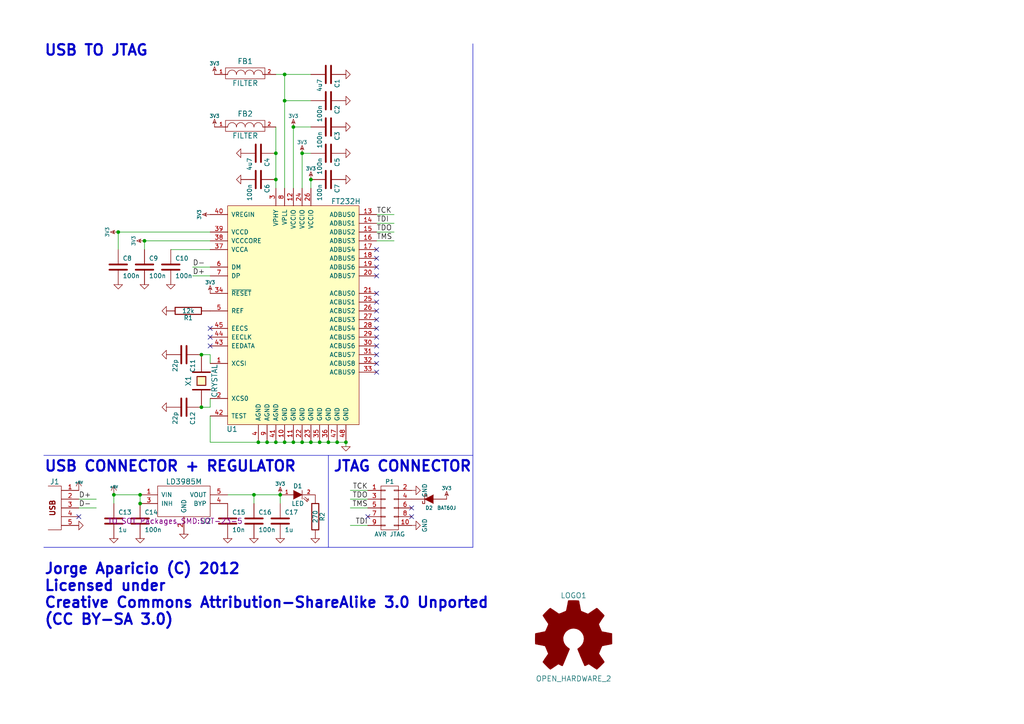
<source format=kicad_sch>
(kicad_sch (version 20230121) (generator eeschema)
  (paper "A4")
  (title_block (title "uJTAG") (date "21 aug 2012") (rev "1.0") (company "Jorge Aparicio"))
  (lib_symbols
    (symbol "uJTAG-rescue:+5V" (power) (pin_names (offset 0))
      (property "Value" "+5V" (at 0 3.556 0))
      (symbol "+5V_0_1"
        (polyline (pts (xy -0.762 1.27) (xy 0 2.54)))
        (polyline (pts (xy 0 0) (xy 0 2.54)))
        (polyline (pts (xy 0 2.54) (xy 0.762 1.27)))
      )
      (symbol "+5V_1_1"
        (pin power_in line (at 0 0 90) (length 0) hide (name "+5V") (number "1"))
      )
    )
    (symbol "uJTAG-rescue:3V3" (power) (pin_names (offset 0))
      (property "Value" "3V3" (at 0 3.175 0))
      (symbol "3V3_0_0"
        (pin power_in line (at 0 0 90) (length 0) hide (name "3V3") (number "1"))
      )
      (symbol "3V3_0_1"
        (polyline (pts (xy 0 1.524) (xy 0 0)))
        (polyline (pts (xy 0 1.524) (xy 0.508 1.016) (xy 0 2.286) (xy -0.508 1.016) (xy 0 1.524) (xy 0 1.524)))
      )
    )
    (symbol "uJTAG-rescue:C-RESCUE-uJTAG" (pin_numbers hide) (pin_names (offset 0.254))
      (property "Reference" "C" (at 1.27 2.54 0))
      (property "Value" "C-RESCUE-uJTAG" (at 1.27 -2.54 0))
      (symbol "C-RESCUE-uJTAG_0_1"
        (polyline (pts (xy -2.54 -0.762) (xy 2.54 -0.762)) (stroke (width 0.508)))
        (polyline (pts (xy -2.54 0.762) (xy 2.54 0.762)) (stroke (width 0.508)))
      )
      (symbol "C-RESCUE-uJTAG_1_1"
        (pin passive line (at 0 5.08 270) (length 4.318) (name "~") (number "1"))
        (pin passive line (at 0 -5.08 90) (length 4.318) (name "~") (number "2"))
      )
    )
    (symbol "uJTAG-rescue:CONN_02X05" (pin_names (offset 0.0254) hide)
      (property "Reference" "P" (at 0 7.62 0))
      (property "Value" "CONN_02X05" (at 0 -7.62 0))
      (symbol "CONN_02X05_0_1"
        (rectangle (start -2.54 -4.953) (end -1.27 -5.207))
        (rectangle (start -2.54 -2.413) (end -1.27 -2.667))
        (rectangle (start -2.54 0.127) (end -1.27 -0.127))
        (rectangle (start -2.54 2.667) (end -1.27 2.413))
        (rectangle (start -2.54 5.207) (end -1.27 4.953))
        (rectangle (start -2.54 6.35) (end 2.54 -6.35))
        (rectangle (start 1.27 -4.953) (end 2.54 -5.207))
        (rectangle (start 1.27 -2.413) (end 2.54 -2.667))
        (rectangle (start 1.27 0.127) (end 2.54 -0.127))
        (rectangle (start 1.27 2.667) (end 2.54 2.413))
        (rectangle (start 1.27 5.207) (end 2.54 4.953))
      )
      (symbol "CONN_02X05_1_1"
        (pin passive line (at -6.35 5.08 0) (length 3.81) (name "P1") (number "1"))
        (pin passive line (at 6.35 -5.08 180) (length 3.81) (name "P10") (number "10"))
        (pin passive line (at 6.35 5.08 180) (length 3.81) (name "P2") (number "2"))
        (pin passive line (at -6.35 2.54 0) (length 3.81) (name "P3") (number "3"))
        (pin passive line (at 6.35 2.54 180) (length 3.81) (name "P4") (number "4"))
        (pin passive line (at -6.35 0 0) (length 3.81) (name "P5") (number "5"))
        (pin passive line (at 6.35 0 180) (length 3.81) (name "P6") (number "6"))
        (pin passive line (at -6.35 -2.54 0) (length 3.81) (name "P7") (number "7"))
        (pin passive line (at 6.35 -2.54 180) (length 3.81) (name "P8") (number "8"))
        (pin passive line (at -6.35 -5.08 0) (length 3.81) (name "P9") (number "9"))
      )
    )
    (symbol "uJTAG-rescue:CRYSTAL" (pin_numbers hide) (pin_names (offset 1.016) hide)
      (property "Reference" "X" (at 0 3.81 0))
      (property "Value" "CRYSTAL" (at 0 -3.81 0))
      (symbol "CRYSTAL_0_1"
        (polyline (pts (xy -2.54 2.54) (xy -2.54 -2.54)) (stroke (width 0.4064)))
        (polyline (pts (xy 2.54 2.54) (xy 2.54 -2.54)) (stroke (width 0.4064)))
        (polyline (pts (xy -1.27 1.27) (xy 1.27 1.27) (xy 1.27 -1.27) (xy -1.27 -1.27) (xy -1.27 1.27)) (stroke (width 0.3048)) (fill (type background)))
      )
      (symbol "CRYSTAL_1_1"
        (pin passive line (at -7.62 0 0) (length 5.08) (name "1") (number "1"))
        (pin passive line (at 7.62 0 180) (length 5.08) (name "2") (number "2"))
      )
    )
    (symbol "uJTAG-rescue:DIODESCH" (pin_numbers hide) (pin_names (offset 1.016) hide)
      (property "Reference" "D" (at 0 2.54 0))
      (property "Value" "DIODESCH" (at 0 -2.54 0))
      (symbol "DIODESCH_0_1"
        (polyline (pts (xy -1.27 1.27) (xy 1.27 0) (xy -1.27 -1.27)) (fill (type outline)))
        (polyline (pts (xy 1.905 0.635) (xy 1.905 1.27) (xy 1.27 1.27) (xy 1.27 -1.27) (xy 0.635 -1.27) (xy 0.635 -0.635)) (stroke (width 0.2032)))
      )
      (symbol "DIODESCH_1_1"
        (pin passive line (at -5.08 0 0) (length 3.81) (name "A") (number "1"))
        (pin passive line (at 5.08 0 180) (length 3.81) (name "K") (number "2"))
      )
    )
    (symbol "uJTAG-rescue:FILTER" (pin_names (offset 1.016) hide)
      (property "Reference" "FB" (at 0 3.81 0))
      (property "Value" "FILTER" (at 0 -2.54 0))
      (symbol "FILTER_0_1"
        (rectangle (start -5.715 1.905) (end 5.715 -1.27))
        (arc (start -2.54 0) (mid -3.81 1.2645) (end -5.08 0))
        (arc (start 0 0) (mid -1.27 1.2645) (end -2.54 0))
        (arc (start 0 0) (mid 0 0) (end 0 0))
        (arc (start 2.54 0) (mid 1.27 1.2645) (end 0 0))
        (arc (start 5.08 0) (mid 3.81 1.2645) (end 2.54 0))
      )
      (symbol "FILTER_1_1"
        (pin passive line (at -8.89 0 0) (length 3.81) (name "1") (number "1"))
        (pin passive line (at 8.89 0 180) (length 3.81) (name "2") (number "2"))
      )
    )
    (symbol "uJTAG-rescue:FT232H-RESCUE-uJTAG" (pin_names (offset 1.016))
      (property "Reference" "U" (at -17.78 -33.02 0))
      (property "Value" "FT232H-RESCUE-uJTAG" (at 15.24 33.02 0))
      (symbol "FT232H-RESCUE-uJTAG_0_1"
        (rectangle (start -19.05 31.75) (end 19.05 -31.75) (fill (type background)))
      )
      (symbol "FT232H-RESCUE-uJTAG_1_1"
        (pin input line (at -24.13 -13.97 0) (length 5.08) (name "XCSI") (number "1"))
        (pin input line (at -2.54 -36.83 90) (length 5.08) (name "GND") (number "10"))
        (pin input line (at 0 -36.83 90) (length 5.08) (name "GND") (number "11"))
        (pin input line (at 0 36.83 270) (length 5.08) (name "VCCIO") (number "12"))
        (pin input line (at 24.13 29.21 180) (length 5.08) (name "ADBUS0") (number "13"))
        (pin input line (at 24.13 26.67 180) (length 5.08) (name "ADBUS1") (number "14"))
        (pin input line (at 24.13 24.13 180) (length 5.08) (name "ADBUS2") (number "15"))
        (pin input line (at 24.13 21.59 180) (length 5.08) (name "ADBUS3") (number "16"))
        (pin input line (at 24.13 19.05 180) (length 5.08) (name "ADBUS4") (number "17"))
        (pin input line (at 24.13 16.51 180) (length 5.08) (name "ADBUS5") (number "18"))
        (pin input line (at 24.13 13.97 180) (length 5.08) (name "ADBUS6") (number "19"))
        (pin input line (at -24.13 -24.13 0) (length 5.08) (name "XCS0") (number "2"))
        (pin input line (at 24.13 11.43 180) (length 5.08) (name "ADBUS7") (number "20"))
        (pin input line (at 24.13 6.35 180) (length 5.08) (name "ACBUS0") (number "21"))
        (pin input line (at 2.54 -36.83 90) (length 5.08) (name "GND") (number "22"))
        (pin input line (at 5.08 -36.83 90) (length 5.08) (name "GND") (number "23"))
        (pin input line (at 2.54 36.83 270) (length 5.08) (name "VCCIO") (number "24"))
        (pin input line (at 24.13 3.81 180) (length 5.08) (name "ACBUS1") (number "25"))
        (pin input line (at 24.13 1.27 180) (length 5.08) (name "ACBUS2") (number "26"))
        (pin input line (at 5.08 36.83 270) (length 5.08) (name "VCCIO") (number "26"))
        (pin input line (at 24.13 -1.27 180) (length 5.08) (name "ACBUS3") (number "27"))
        (pin input line (at 24.13 -3.81 180) (length 5.08) (name "ACBUS4") (number "28"))
        (pin input line (at 24.13 -6.35 180) (length 5.08) (name "ACBUS5") (number "29"))
        (pin input line (at -5.08 36.83 270) (length 5.08) (name "VPHY") (number "3"))
        (pin input line (at 24.13 -8.89 180) (length 5.08) (name "ACBUS6") (number "30"))
        (pin input line (at 24.13 -11.43 180) (length 5.08) (name "ACBUS7") (number "31"))
        (pin input line (at 24.13 -13.97 180) (length 5.08) (name "ACBUS8") (number "32"))
        (pin input line (at 24.13 -16.51 180) (length 5.08) (name "ACBUS9") (number "33"))
        (pin input line (at -24.13 6.35 0) (length 5.08) (name "~{RESET}") (number "34"))
        (pin input line (at 7.62 -36.83 90) (length 5.08) (name "GND") (number "35"))
        (pin input line (at 10.16 -36.83 90) (length 5.08) (name "GND") (number "36"))
        (pin input line (at -24.13 19.05 0) (length 5.08) (name "VCCA") (number "37"))
        (pin input line (at -24.13 21.59 0) (length 5.08) (name "VCCCORE") (number "38"))
        (pin input line (at -24.13 24.13 0) (length 5.08) (name "VCCD") (number "39"))
        (pin input line (at -10.16 -36.83 90) (length 5.08) (name "AGND") (number "4"))
        (pin input line (at -24.13 29.21 0) (length 5.08) (name "VREGIN") (number "40"))
        (pin input line (at -5.08 -36.83 90) (length 5.08) (name "AGND") (number "41"))
        (pin input line (at -24.13 -29.21 0) (length 5.08) (name "TEST") (number "42"))
        (pin input line (at -24.13 -8.89 0) (length 5.08) (name "EEDATA") (number "43"))
        (pin input line (at -24.13 -6.35 0) (length 5.08) (name "EECLK") (number "44"))
        (pin input line (at -24.13 -3.81 0) (length 5.08) (name "EECS") (number "45"))
        (pin input line (at 12.7 -36.83 90) (length 5.08) (name "GND") (number "47"))
        (pin input line (at 15.24 -36.83 90) (length 5.08) (name "GND") (number "48"))
        (pin input line (at -24.13 1.27 0) (length 5.08) (name "REF") (number "5"))
        (pin input line (at -24.13 13.97 0) (length 5.08) (name "DM") (number "6"))
        (pin input line (at -24.13 11.43 0) (length 5.08) (name "DP") (number "7"))
        (pin input line (at -2.54 36.83 270) (length 5.08) (name "VPLL") (number "8"))
        (pin input line (at -7.62 -36.83 90) (length 5.08) (name "AGND") (number "9"))
      )
    )
    (symbol "uJTAG-rescue:GND" (power) (pin_names (offset 0))
      (property "Value" "GND" (at 0 -3.81 0))
      (symbol "GND_0_1"
        (polyline (pts (xy 0 0) (xy 0 -1.27) (xy 1.27 -1.27) (xy 0 -2.54) (xy -1.27 -1.27) (xy 0 -1.27)))
      )
      (symbol "GND_1_1"
        (pin power_in line (at 0 0 270) (length 0) hide (name "GND") (number "1"))
      )
    )
    (symbol "uJTAG-rescue:GND-RESCUE-uJTAG" (power) (pin_names (offset 0))
      (symbol "GND-RESCUE-uJTAG_0_1"
        (polyline (pts (xy -1.27 0) (xy 0 -1.27) (xy 1.27 0) (xy -1.27 0)))
      )
      (symbol "GND-RESCUE-uJTAG_1_1"
        (pin power_in line (at 0 0 90) (length 0) hide (name "GND") (number "1"))
      )
    )
    (symbol "uJTAG-rescue:LD3985M" (pin_names (offset 1.016))
      (property "Reference" "U" (at 6.35 -6.35 0))
      (property "Value" "LD3985M" (at 0 5.08 0))
      (property "Footprint" "SOT-23-5" (at -2.54 -6.35 0))
      (symbol "LD3985M_0_1"
        (rectangle (start -7.62 3.81) (end 7.62 -5.08))
      )
      (symbol "LD3985M_1_1"
        (pin input line (at -12.7 1.27 0) (length 5.08) (name "VIN") (number "1"))
        (pin input line (at 0 -10.16 90) (length 5.08) (name "GND") (number "2"))
        (pin input line (at -12.7 -1.27 0) (length 5.08) (name "INH") (number "3"))
        (pin input line (at 12.7 -1.27 180) (length 5.08) (name "BYP") (number "4"))
        (pin input line (at 12.7 1.27 180) (length 5.08) (name "VOUT") (number "5"))
      )
    )
    (symbol "uJTAG-rescue:LED-RESCUE-uJTAG" (pin_names (offset 1.016) hide)
      (property "Reference" "D" (at 0 2.54 0))
      (property "Value" "LED-RESCUE-uJTAG" (at 0 -2.54 0))
      (symbol "LED-RESCUE-uJTAG_0_1"
        (polyline (pts (xy 1.27 1.27) (xy 1.27 -1.27)))
        (polyline (pts (xy -1.27 1.27) (xy 1.27 0) (xy -1.27 -1.27)) (fill (type outline)))
        (polyline (pts (xy 1.651 -1.016) (xy 2.794 -2.032) (xy 2.667 -1.397)))
        (polyline (pts (xy 2.032 -0.635) (xy 3.175 -1.651) (xy 3.048 -1.016)))
      )
      (symbol "LED-RESCUE-uJTAG_1_1"
        (pin passive line (at -5.08 0 0) (length 3.81) (name "A") (number "1"))
        (pin passive line (at 5.08 0 180) (length 3.81) (name "K") (number "2"))
      )
    )
    (symbol "uJTAG-rescue:OPEN_HARDWARE_2" (pin_names (offset 1.016))
      (property "Reference" "LOGO" (at 0 12.7 0))
      (property "Value" "OPEN_HARDWARE_2" (at 0 -11.43 0))
      (symbol "OPEN_HARDWARE_2_1_1"
        (polyline (pts (xy 6.731 -8.7122) (xy 6.6294 -8.6614) (xy 6.35 -8.4836) (xy 5.9944 -8.255) (xy 5.5372 -7.9502) (xy 5.1054 -7.6454) (xy 4.7498 -7.4168) (xy 4.4958 -7.239) (xy 4.3942 -7.1882) (xy 4.318 -7.2136) (xy 4.1148 -7.3152) (xy 3.81 -7.4676) (xy 3.6322 -7.5692) (xy 3.3528 -7.6708) (xy 3.2258 -7.6962) (xy 3.2004 -7.6708) (xy 3.0988 -7.4676) (xy 2.9464 -7.0866) (xy 2.7178 -6.604) (xy 2.4892 -6.0452) (xy 2.2352 -5.4356) (xy 1.9558 -4.826) (xy 1.7272 -4.2164) (xy 1.4986 -3.683) (xy 1.3208 -3.2512) (xy 1.2192 -2.9464) (xy 1.1684 -2.8194) (xy 1.1938 -2.794) (xy 1.3208 -2.667) (xy 1.5748 -2.4892) (xy 2.0828 -2.0574) (xy 2.6162 -1.397) (xy 2.921 -0.6604) (xy 3.048 0.1524) (xy 2.9464 0.9144) (xy 2.6416 1.6256) (xy 2.1336 2.286) (xy 1.524 2.7686) (xy 0.8128 3.0734) (xy 0 3.175) (xy -0.762 3.0988) (xy -1.4986 2.794) (xy -2.159 2.286) (xy -2.4384 1.9812) (xy -2.8194 1.3208) (xy -3.048 0.6096) (xy -3.0734 0.4318) (xy -3.0226 -0.3556) (xy -2.794 -1.0922) (xy -2.3876 -1.7526) (xy -1.8288 -2.3114) (xy -1.7526 -2.3622) (xy -1.4732 -2.5654) (xy -1.2954 -2.6924) (xy -1.1684 -2.8194) (xy -2.159 -5.207) (xy -2.3114 -5.588) (xy -2.5908 -6.2484) (xy -2.8194 -6.8072) (xy -3.0226 -7.2644) (xy -3.1496 -7.5692) (xy -3.2258 -7.6708) (xy -3.2258 -7.6962) (xy -3.302 -7.6962) (xy -3.4798 -7.6454) (xy -3.8354 -7.4676) (xy -4.0386 -7.366) (xy -4.2926 -7.239) (xy -4.4196 -7.1882) (xy -4.5212 -7.239) (xy -4.7498 -7.3914) (xy -5.1054 -7.6454) (xy -5.5372 -7.9248) (xy -5.9436 -8.2042) (xy -6.3246 -8.4582) (xy -6.604 -8.636) (xy -6.731 -8.7122) (xy -6.7564 -8.7122) (xy -6.858 -8.636) (xy -7.0866 -8.4582) (xy -7.4168 -8.1534) (xy -7.874 -7.6962) (xy -7.9502 -7.62) (xy -8.3312 -7.239) (xy -8.636 -6.9088) (xy -8.8392 -6.6802) (xy -8.9154 -6.5786) (xy -8.9154 -6.5786) (xy -8.8392 -6.4516) (xy -8.6614 -6.1722) (xy -8.4328 -5.7912) (xy -8.128 -5.3594) (xy -7.3152 -4.191) (xy -7.7724 -3.0988) (xy -7.8994 -2.7686) (xy -8.0772 -2.3622) (xy -8.2042 -2.0828) (xy -8.255 -1.9558) (xy -8.382 -1.905) (xy -8.6614 -1.8542) (xy -9.0932 -1.7526) (xy -9.6266 -1.651) (xy -10.1092 -1.5748) (xy -10.541 -1.4732) (xy -10.8712 -1.4224) (xy -11.0236 -1.397) (xy -11.049 -1.3716) (xy -11.0744 -1.2954) (xy -11.0998 -1.143) (xy -11.0998 -0.889) (xy -11.1252 -0.4572) (xy -11.1252 0.1524) (xy -11.1252 0.2286) (xy -11.0998 0.8128) (xy -11.0998 1.27) (xy -11.0744 1.5494) (xy -11.0744 1.6764) (xy -11.0744 1.6764) (xy -10.922 1.7018) (xy -10.6172 1.778) (xy -10.16 1.8542) (xy -9.652 1.9558) (xy -9.6012 1.9812) (xy -9.0932 2.0828) (xy -8.636 2.159) (xy -8.3312 2.2352) (xy -8.2042 2.286) (xy -8.1788 2.3114) (xy -8.0772 2.5146) (xy -7.9248 2.8448) (xy -7.747 3.2512) (xy -7.5692 3.6576) (xy -7.4168 4.0386) (xy -7.3152 4.318) (xy -7.2898 4.445) (xy -7.2898 4.445) (xy -7.366 4.572) (xy -7.5438 4.826) (xy -7.7978 5.207) (xy -8.128 5.6642) (xy -8.128 5.6896) (xy -8.4328 6.1468) (xy -8.6868 6.5278) (xy -8.8392 6.7818) (xy -8.9154 6.9088) (xy -8.9154 6.9088) (xy -8.8138 7.0358) (xy -8.5852 7.2898) (xy -8.255 7.6454) (xy -7.874 8.0264) (xy -7.747 8.1534) (xy -7.3152 8.5852) (xy -7.0104 8.8646) (xy -6.8326 8.9916) (xy -6.731 9.0424) (xy -6.731 9.0424) (xy -6.604 8.9408) (xy -6.3246 8.763) (xy -5.9436 8.509) (xy -5.4864 8.2042) (xy -5.461 8.1788) (xy -5.0038 7.874) (xy -4.6482 7.62) (xy -4.3688 7.4422) (xy -4.2672 7.3914) (xy -4.2418 7.3914) (xy -4.064 7.4422) (xy -3.7338 7.5438) (xy -3.3528 7.6962) (xy -2.9464 7.874) (xy -2.5654 8.0264) (xy -2.286 8.1534) (xy -2.159 8.2296) (xy -2.159 8.2296) (xy -2.1082 8.382) (xy -2.032 8.7122) (xy -1.9304 9.1694) (xy -1.8288 9.7282) (xy -1.8034 9.8044) (xy -1.7018 10.3378) (xy -1.6256 10.7696) (xy -1.5748 11.0744) (xy -1.524 11.2014) (xy -1.4478 11.2268) (xy -1.1938 11.2522) (xy -0.8128 11.2522) (xy -0.3302 11.2522) (xy 0.1524 11.2522) (xy 0.6604 11.2522) (xy 1.0668 11.2268) (xy 1.3716 11.2014) (xy 1.4986 11.176) (xy 1.4986 11.176) (xy 1.5494 11.0236) (xy 1.6256 10.6934) (xy 1.7018 10.2108) (xy 1.8288 9.6774) (xy 1.8288 9.5758) (xy 1.9304 9.0424) (xy 2.032 8.6106) (xy 2.0828 8.3058) (xy 2.1336 8.2042) (xy 2.159 8.1788) (xy 2.3876 8.0772) (xy 2.7432 7.9248) (xy 3.175 7.747) (xy 4.191 7.3406) (xy 5.461 8.2042) (xy 5.5626 8.2804) (xy 6.0198 8.5852) (xy 6.3754 8.8392) (xy 6.6294 8.9916) (xy 6.7564 9.0424) (xy 6.7564 9.0424) (xy 6.8834 8.9408) (xy 7.1374 8.7122) (xy 7.4676 8.382) (xy 7.8486 7.9756) (xy 8.1534 7.6962) (xy 8.4836 7.3406) (xy 8.7122 7.112) (xy 8.8392 6.9596) (xy 8.8646 6.858) (xy 8.8646 6.8072) (xy 8.7884 6.6802) (xy 8.6106 6.4008) (xy 8.3312 6.0198) (xy 8.0264 5.588) (xy 7.7978 5.207) (xy 7.5184 4.8006) (xy 7.3406 4.4958) (xy 7.2898 4.3434) (xy 7.2898 4.2926) (xy 7.3914 4.0386) (xy 7.5184 3.683) (xy 7.7216 3.2258) (xy 8.1534 2.2352) (xy 8.7884 2.1082) (xy 9.1948 2.0574) (xy 9.7536 1.9304) (xy 10.2616 1.8288) (xy 11.0998 1.6764) (xy 11.1252 -1.3208) (xy 10.9982 -1.3716) (xy 10.8712 -1.397) (xy 10.5664 -1.4732) (xy 10.1346 -1.5494) (xy 9.6266 -1.651) (xy 9.1948 -1.7272) (xy 8.7376 -1.8288) (xy 8.4328 -1.8796) (xy 8.2804 -1.905) (xy 8.255 -1.9558) (xy 8.1534 -2.159) (xy 7.9756 -2.5146) (xy 7.8232 -2.921) (xy 7.6454 -3.3274) (xy 7.493 -3.7338) (xy 7.366 -4.0132) (xy 7.3406 -4.191) (xy 7.3914 -4.2926) (xy 7.5692 -4.5466) (xy 7.7978 -4.9276) (xy 8.1026 -5.3594) (xy 8.4074 -5.7912) (xy 8.6614 -6.1722) (xy 8.8138 -6.4262) (xy 8.89 -6.5532) (xy 8.8646 -6.6548) (xy 8.6868 -6.858) (xy 8.3566 -7.1882) (xy 7.874 -7.6708) (xy 7.7978 -7.747) (xy 7.3914 -8.128) (xy 7.0612 -8.4328) (xy 6.8326 -8.636) (xy 6.731 -8.7122)) (fill (type outline)))
      )
    )
    (symbol "uJTAG-rescue:R-RESCUE-uJTAG" (pin_numbers hide) (pin_names (offset 0))
      (property "Reference" "R" (at 2.032 0 90))
      (property "Value" "R-RESCUE-uJTAG" (at 0 0 90))
      (symbol "R-RESCUE-uJTAG_0_1"
        (rectangle (start -1.016 3.81) (end 1.016 -3.81) (stroke (width 0.3048)))
      )
      (symbol "R-RESCUE-uJTAG_1_1"
        (pin passive line (at 0 6.35 270) (length 2.54) (name "~") (number "1"))
        (pin passive line (at 0 -6.35 90) (length 2.54) (name "~") (number "2"))
      )
    )
    (symbol "uJTAG-rescue:USB_3" (pin_names (offset 1.016))
      (property "Reference" "J" (at -1.905 7.62 0))
      (symbol "USB_3_0_0"
        (text "USB" (at -2.54 0 900) (effects (font (size 1.524 1.524) bold)))
      )
      (symbol "USB_3_0_1"
        (polyline (pts (xy -3.81 -6.35) (xy 0 -6.35) (xy 0 6.35) (xy -3.81 6.35)))
      )
      (symbol "USB_3_1_1"
        (pin input line (at 5.08 5.08 180) (length 5.08) (name "~") (number "1"))
        (pin input line (at 5.08 2.54 180) (length 5.08) (name "~") (number "2"))
        (pin input line (at 5.08 0 180) (length 5.08) (name "~") (number "3"))
        (pin input line (at 5.08 -2.54 180) (length 5.08) (name "~") (number "4"))
        (pin input line (at 5.08 -5.08 180) (length 5.08) (name "~") (number "5"))
      )
    )
  )
  (junction (at 87.63 128.27))
  (junction (at 92.71 128.27))
  (junction (at 90.17 52.07))
  (junction (at 87.63 44.45))
  (junction (at 58.42 102.87))
  (junction (at 33.02 143.51))
  (junction (at 40.64 143.51))
  (junction (at 82.55 29.21))
  (junction (at 82.55 21.59))
  (junction (at 74.93 128.27))
  (junction (at 85.09 128.27))
  (junction (at 85.09 36.83))
  (junction (at 82.55 128.27))
  (junction (at 81.28 143.51))
  (junction (at 97.79 128.27))
  (junction (at 90.17 128.27))
  (junction (at 77.47 128.27))
  (junction (at 100.33 128.27))
  (junction (at 73.66 143.51))
  (junction (at 34.29 67.31))
  (junction (at 80.01 44.45))
  (junction (at 80.01 52.07))
  (junction (at 58.42 118.11))
  (junction (at 41.91 69.85))
  (junction (at 80.01 128.27))
  (junction (at 95.25 128.27))
  (junction (at 40.64 146.05))
  (no_connect (at 109.22 80.01))
  (no_connect (at 22.86 149.86))
  (no_connect (at 109.22 95.25))
  (no_connect (at 106.68 149.86))
  (no_connect (at 109.22 72.39))
  (no_connect (at 60.96 97.79))
  (no_connect (at 109.22 100.33))
  (no_connect (at 109.22 74.93))
  (no_connect (at 109.22 107.95))
  (no_connect (at 109.22 87.63))
  (no_connect (at 109.22 102.87))
  (no_connect (at 60.96 100.33))
  (no_connect (at 119.38 149.86))
  (no_connect (at 109.22 77.47))
  (no_connect (at 109.22 92.71))
  (no_connect (at 109.22 85.09))
  (no_connect (at 119.38 147.32))
  (no_connect (at 109.22 90.17))
  (no_connect (at 60.96 95.25))
  (no_connect (at 109.22 97.79))
  (no_connect (at 109.22 105.41))
  (polyline (pts (xy 95.25 158.75) (xy 95.25 132.08)))
  (wire (pts (xy 85.09 54.61) (xy 85.09 36.83)))
  (wire (pts (xy 33.02 143.51) (xy 40.64 143.51)))
  (wire (pts (xy 80.01 21.59) (xy 82.55 21.59)))
  (wire (pts (xy 33.02 146.05) (xy 33.02 143.51)))
  (wire (pts (xy 60.96 77.47) (xy 55.88 77.47)))
  (wire (pts (xy 106.68 144.78) (xy 101.6 144.78)))
  (wire (pts (xy 80.01 44.45) (xy 80.01 52.07)))
  (wire (pts (xy 41.91 72.39) (xy 41.91 69.85)))
  (wire (pts (xy 58.42 118.11) (xy 60.96 118.11)))
  (wire (pts (xy 22.86 144.78) (xy 27.94 144.78)))
  (wire (pts (xy 60.96 105.41) (xy 60.96 102.87)))
  (wire (pts (xy 22.86 147.32) (xy 27.94 147.32)))
  (wire (pts (xy 109.22 64.77) (xy 114.3 64.77)))
  (wire (pts (xy 90.17 52.07) (xy 90.17 54.61)))
  (polyline (pts (xy 12.7 158.75) (xy 137.16 158.75)))
  (wire (pts (xy 87.63 44.45) (xy 87.63 54.61)))
  (wire (pts (xy 60.96 102.87) (xy 58.42 102.87)))
  (wire (pts (xy 40.64 143.51) (xy 40.64 146.05)))
  (wire (pts (xy 34.29 67.31) (xy 34.29 72.39)))
  (wire (pts (xy 109.22 69.85) (xy 114.3 69.85)))
  (wire (pts (xy 82.55 128.27) (xy 85.09 128.27)))
  (wire (pts (xy 60.96 128.27) (xy 74.93 128.27)))
  (wire (pts (xy 106.68 147.32) (xy 101.6 147.32)))
  (wire (pts (xy 85.09 128.27) (xy 87.63 128.27)))
  (wire (pts (xy 74.93 128.27) (xy 77.47 128.27)))
  (wire (pts (xy 41.91 69.85) (xy 60.96 69.85)))
  (wire (pts (xy 77.47 128.27) (xy 80.01 128.27)))
  (wire (pts (xy 80.01 52.07) (xy 80.01 54.61)))
  (wire (pts (xy 100.33 128.27) (xy 100.33 129.54)))
  (wire (pts (xy 95.25 128.27) (xy 97.79 128.27)))
  (wire (pts (xy 109.22 67.31) (xy 114.3 67.31)))
  (wire (pts (xy 82.55 21.59) (xy 82.55 29.21)))
  (wire (pts (xy 90.17 128.27) (xy 92.71 128.27)))
  (wire (pts (xy 60.96 128.27) (xy 60.96 120.65)))
  (wire (pts (xy 92.71 128.27) (xy 95.25 128.27)))
  (polyline (pts (xy 137.16 158.75) (xy 137.16 12.7)))
  (wire (pts (xy 97.79 128.27) (xy 100.33 128.27)))
  (wire (pts (xy 82.55 21.59) (xy 90.17 21.59)))
  (wire (pts (xy 66.04 143.51) (xy 73.66 143.51)))
  (polyline (pts (xy 137.16 132.08) (xy 12.7 132.08)))
  (wire (pts (xy 109.22 62.23) (xy 114.3 62.23)))
  (wire (pts (xy 81.28 143.51) (xy 81.28 146.05)))
  (wire (pts (xy 82.55 29.21) (xy 90.17 29.21)))
  (wire (pts (xy 60.96 80.01) (xy 55.88 80.01)))
  (wire (pts (xy 73.66 143.51) (xy 81.28 143.51)))
  (wire (pts (xy 80.01 36.83) (xy 80.01 44.45)))
  (wire (pts (xy 80.01 128.27) (xy 82.55 128.27)))
  (wire (pts (xy 106.68 142.24) (xy 101.6 142.24)))
  (wire (pts (xy 90.17 44.45) (xy 87.63 44.45)))
  (wire (pts (xy 73.66 143.51) (xy 73.66 146.05)))
  (wire (pts (xy 106.68 152.4) (xy 101.6 152.4)))
  (wire (pts (xy 60.96 72.39) (xy 49.53 72.39)))
  (wire (pts (xy 60.96 118.11) (xy 60.96 115.57)))
  (wire (pts (xy 82.55 29.21) (xy 82.55 54.61)))
  (wire (pts (xy 85.09 36.83) (xy 90.17 36.83)))
  (wire (pts (xy 87.63 128.27) (xy 90.17 128.27)))
  (wire (pts (xy 60.96 67.31) (xy 34.29 67.31)))
  (text "JTAG CONNECTOR" (at 96.52 137.16 0) (effects (font (size 3.048 3.048) (thickness 0.6096) bold) (justify left bottom)))
  (text "USB CONNECTOR + REGULATOR" (at 12.7 137.16 0) (effects (font (size 3.048 3.048) (thickness 0.6096) bold) (justify left bottom)))
  (text "USB TO JTAG" (at 12.7 16.51 0) (effects (font (size 3.048 3.048) (thickness 0.6096) bold) (justify left bottom)))
  (text "Jorge Aparicio (C) 2012\nLicensed under\nCreative Commons Attribution-ShareAlike 3.0 Unported\n(CC BY-SA 3.0)" (at 12.7 181.61 0) (effects (font (size 3.048 3.048) (thickness 0.6096) bold) (justify left bottom)))
  (label "TMS" (at 106.68 147.32 180) (effects (font (size 1.524 1.524))))
  (label "D+" (at 55.88 80.01 0) (effects (font (size 1.524 1.524))))
  (label "TDI" (at 109.22 64.77 0) (effects (font (size 1.524 1.524))))
  (label "TDO" (at 109.22 67.31 0) (effects (font (size 1.524 1.524))))
  (label "TDI" (at 106.68 152.4 180) (effects (font (size 1.524 1.524))))
  (label "TCK" (at 106.68 142.24 180) (effects (font (size 1.524 1.524))))
  (label "TDO" (at 106.68 144.78 180) (effects (font (size 1.524 1.524))))
  (label "TCK" (at 109.22 62.23 0) (effects (font (size 1.524 1.524))))
  (label "D+" (at 22.86 144.78 0) (effects (font (size 1.524 1.524))))
  (label "D-" (at 55.88 77.47 0) (effects (font (size 1.524 1.524))))
  (label "TMS" (at 109.22 69.85 0) (effects (font (size 1.524 1.524))))
  (label "D-" (at 22.86 147.32 0) (effects (font (size 1.524 1.524))))
  (symbol (lib_id "uJTAG-rescue:FT232H-RESCUE-uJTAG") (at 85.09 91.44 0) (unit 1)
    (property "Reference" "U1" (at 67.31 124.46 0) (effects (font (size 1.524 1.524))))
    (property "Value" "FT232H" (at 100.33 58.42 0) (effects (font (size 1.524 1.524))))
    (property "Footprint" "Housings_QFP:LQFP-48_7x7mm_Pitch0.5mm" (effects hide))
  )
  (symbol (lib_id "uJTAG-rescue:GND-RESCUE-uJTAG") (at 100.33 129.54 0) (unit 1)
    (property "Reference" "#PWR035" (effects hide))
    (property "Value" "GND" (effects hide))
  )
  (symbol (lib_id "uJTAG-rescue:CRYSTAL") (at 58.42 110.49 90) (unit 1)
    (property "Reference" "X1" (at 54.61 110.49 0) (effects (font (size 1.524 1.524))))
    (property "Value" "CRYSTAL" (at 62.23 110.49 0) (effects (font (size 1.524 1.524))))
    (property "Footprint" "Crystals:Crystal_SMD_0603_4Pads" (effects hide))
  )
  (symbol (lib_id "uJTAG-rescue:C-RESCUE-uJTAG") (at 53.34 102.87 270) (unit 1)
    (property "Reference" "C11" (at 55.88 104.14 0) (effects (justify left)))
    (property "Value" "22p" (at 50.8 104.14 0) (effects (justify left)))
    (property "Footprint" "Capacitors_SMD:C_0805_HandSoldering" (effects hide))
  )
  (symbol (lib_id "uJTAG-rescue:C-RESCUE-uJTAG") (at 53.34 118.11 270) (unit 1)
    (property "Reference" "C12" (at 55.88 119.38 0) (effects (justify left)))
    (property "Value" "22p" (at 50.8 119.38 0) (effects (justify left)))
    (property "Footprint" "Capacitors_SMD:C_0805_HandSoldering" (effects hide))
  )
  (symbol (lib_id "uJTAG-rescue:GND-RESCUE-uJTAG") (at 48.26 102.87 270) (unit 1)
    (property "Reference" "#PWR034" (effects hide))
    (property "Value" "GND" (effects hide))
  )
  (symbol (lib_id "uJTAG-rescue:GND-RESCUE-uJTAG") (at 48.26 118.11 270) (unit 1)
    (property "Reference" "#PWR033" (effects hide))
    (property "Value" "GND" (effects hide))
  )
  (symbol (lib_id "uJTAG-rescue:R-RESCUE-uJTAG") (at 54.61 90.17 270) (unit 1)
    (property "Reference" "R1" (at 54.61 92.202 90))
    (property "Value" "12k" (at 54.61 90.17 90))
    (property "Footprint" "Resistors_SMD:R_0805_HandSoldering" (effects hide))
  )
  (symbol (lib_id "uJTAG-rescue:GND-RESCUE-uJTAG") (at 48.26 90.17 270) (unit 1)
    (property "Reference" "#PWR032" (effects hide))
    (property "Value" "GND" (effects hide))
  )
  (symbol (lib_id "uJTAG-rescue:3V3") (at 60.96 85.09 0) (unit 1)
    (property "Reference" "#PWR031" (effects hide))
    (property "Value" "3V3" (at 60.96 81.915 0) (effects (font (size 1.016 1.016))))
  )
  (symbol (lib_id "uJTAG-rescue:C-RESCUE-uJTAG") (at 49.53 77.47 0) (unit 1)
    (property "Reference" "C10" (at 50.8 74.93 0) (effects (justify left)))
    (property "Value" "100n" (at 50.8 80.01 0) (effects (justify left)))
    (property "Footprint" "Capacitors_SMD:C_0805_HandSoldering" (effects hide))
  )
  (symbol (lib_id "uJTAG-rescue:C-RESCUE-uJTAG") (at 41.91 77.47 0) (unit 1)
    (property "Reference" "C9" (at 43.18 74.93 0) (effects (justify left)))
    (property "Value" "100n" (at 43.18 80.01 0) (effects (justify left)))
    (property "Footprint" "Capacitors_SMD:C_0805_HandSoldering" (effects hide))
  )
  (symbol (lib_id "uJTAG-rescue:GND-RESCUE-uJTAG") (at 49.53 82.55 0) (unit 1)
    (property "Reference" "#PWR030" (effects hide))
    (property "Value" "GND" (effects hide))
  )
  (symbol (lib_id "uJTAG-rescue:GND-RESCUE-uJTAG") (at 41.91 82.55 0) (unit 1)
    (property "Reference" "#PWR029" (effects hide))
    (property "Value" "GND" (effects hide))
  )
  (symbol (lib_id "uJTAG-rescue:C-RESCUE-uJTAG") (at 34.29 77.47 0) (unit 1)
    (property "Reference" "C8" (at 35.56 74.93 0) (effects (justify left)))
    (property "Value" "100n" (at 35.56 80.01 0) (effects (justify left)))
    (property "Footprint" "Capacitors_SMD:C_0805_HandSoldering" (effects hide))
  )
  (symbol (lib_id "uJTAG-rescue:GND-RESCUE-uJTAG") (at 34.29 82.55 0) (unit 1)
    (property "Reference" "#PWR028" (effects hide))
    (property "Value" "GND" (effects hide))
  )
  (symbol (lib_id "uJTAG-rescue:3V3") (at 41.91 69.85 90) (unit 1)
    (property "Reference" "#PWR027" (effects hide))
    (property "Value" "3V3" (at 38.735 69.85 0) (effects (font (size 1.016 1.016))))
  )
  (symbol (lib_id "uJTAG-rescue:3V3") (at 34.29 67.31 90) (unit 1)
    (property "Reference" "#PWR026" (effects hide))
    (property "Value" "3V3" (at 31.115 67.31 0) (effects (font (size 1.016 1.016))))
  )
  (symbol (lib_id "uJTAG-rescue:3V3") (at 60.96 62.23 90) (unit 1)
    (property "Reference" "#PWR025" (effects hide))
    (property "Value" "3V3" (at 57.785 62.23 0) (effects (font (size 1.016 1.016))))
  )
  (symbol (lib_id "uJTAG-rescue:C-RESCUE-uJTAG") (at 95.25 52.07 270) (unit 1)
    (property "Reference" "C7" (at 97.79 53.34 0) (effects (justify left)))
    (property "Value" "100n" (at 92.71 53.34 0) (effects (justify left)))
    (property "Footprint" "Capacitors_SMD:C_0805_HandSoldering" (effects hide))
  )
  (symbol (lib_id "uJTAG-rescue:C-RESCUE-uJTAG") (at 95.25 44.45 270) (unit 1)
    (property "Reference" "C5" (at 97.79 45.72 0) (effects (justify left)))
    (property "Value" "100n" (at 92.71 45.72 0) (effects (justify left)))
    (property "Footprint" "Capacitors_SMD:C_0805_HandSoldering" (effects hide))
  )
  (symbol (lib_id "uJTAG-rescue:C-RESCUE-uJTAG") (at 95.25 36.83 270) (unit 1)
    (property "Reference" "C3" (at 97.79 38.1 0) (effects (justify left)))
    (property "Value" "100n" (at 92.71 38.1 0) (effects (justify left)))
    (property "Footprint" "Capacitors_SMD:C_0805_HandSoldering" (effects hide))
  )
  (symbol (lib_id "uJTAG-rescue:3V3") (at 90.17 52.07 0) (unit 1)
    (property "Reference" "#PWR024" (effects hide))
    (property "Value" "3V3" (at 90.17 48.895 0) (effects (font (size 1.016 1.016))))
  )
  (symbol (lib_id "uJTAG-rescue:3V3") (at 87.63 44.45 0) (unit 1)
    (property "Reference" "#PWR023" (effects hide))
    (property "Value" "3V3" (at 87.63 41.275 0) (effects (font (size 1.016 1.016))))
  )
  (symbol (lib_id "uJTAG-rescue:3V3") (at 85.09 36.83 0) (unit 1)
    (property "Reference" "#PWR022" (effects hide))
    (property "Value" "3V3" (at 85.09 33.655 0) (effects (font (size 1.016 1.016))))
  )
  (symbol (lib_id "uJTAG-rescue:GND-RESCUE-uJTAG") (at 100.33 52.07 90) (unit 1)
    (property "Reference" "#PWR021" (effects hide))
    (property "Value" "GND" (effects hide))
  )
  (symbol (lib_id "uJTAG-rescue:GND-RESCUE-uJTAG") (at 100.33 44.45 90) (unit 1)
    (property "Reference" "#PWR020" (effects hide))
    (property "Value" "GND" (effects hide))
  )
  (symbol (lib_id "uJTAG-rescue:GND-RESCUE-uJTAG") (at 100.33 36.83 90) (mirror x) (unit 1)
    (property "Reference" "#PWR019" (effects hide))
    (property "Value" "GND" (effects hide))
  )
  (symbol (lib_id "uJTAG-rescue:C-RESCUE-uJTAG") (at 95.25 29.21 270) (unit 1)
    (property "Reference" "C2" (at 97.79 30.48 0) (effects (justify left)))
    (property "Value" "100n" (at 92.71 30.48 0) (effects (justify left)))
    (property "Footprint" "Capacitors_SMD:C_0805_HandSoldering" (effects hide))
  )
  (symbol (lib_id "uJTAG-rescue:C-RESCUE-uJTAG") (at 95.25 21.59 270) (unit 1)
    (property "Reference" "C1" (at 97.79 22.86 0) (effects (justify left)))
    (property "Value" "4u7" (at 92.71 22.86 0) (effects (justify left)))
    (property "Footprint" "Capacitors_SMD:C_0805_HandSoldering" (effects hide))
  )
  (symbol (lib_id "uJTAG-rescue:C-RESCUE-uJTAG") (at 74.93 52.07 270) (unit 1)
    (property "Reference" "C6" (at 77.47 53.34 0) (effects (justify left)))
    (property "Value" "100n" (at 72.39 53.34 0) (effects (justify left)))
    (property "Footprint" "Capacitors_SMD:C_0805_HandSoldering" (effects hide))
  )
  (symbol (lib_id "uJTAG-rescue:C-RESCUE-uJTAG") (at 74.93 44.45 270) (unit 1)
    (property "Reference" "C4" (at 77.47 45.72 0) (effects (justify left)))
    (property "Value" "4u7" (at 72.39 45.72 0) (effects (justify left)))
    (property "Footprint" "Capacitors_SMD:C_0805_HandSoldering" (effects hide))
  )
  (symbol (lib_id "uJTAG-rescue:GND-RESCUE-uJTAG") (at 69.85 52.07 270) (unit 1)
    (property "Reference" "#PWR018" (effects hide))
    (property "Value" "GND" (effects hide))
  )
  (symbol (lib_id "uJTAG-rescue:GND-RESCUE-uJTAG") (at 69.85 44.45 270) (unit 1)
    (property "Reference" "#PWR017" (effects hide))
    (property "Value" "GND" (effects hide))
  )
  (symbol (lib_id "uJTAG-rescue:FILTER") (at 71.12 36.83 0) (unit 1)
    (property "Reference" "FB2" (at 71.12 33.02 0) (effects (font (size 1.524 1.524))))
    (property "Value" "FILTER" (at 71.12 39.37 0) (effects (font (size 1.524 1.524))))
    (property "Footprint" "Choke_SMD:Choke_SMD_1206_Handsoldering" (effects hide))
  )
  (symbol (lib_id "uJTAG-rescue:FILTER") (at 71.12 21.59 0) (unit 1)
    (property "Reference" "FB1" (at 71.12 17.78 0) (effects (font (size 1.524 1.524))))
    (property "Value" "FILTER" (at 71.12 24.13 0) (effects (font (size 1.524 1.524))))
    (property "Footprint" "Choke_SMD:Choke_SMD_1206_Handsoldering" (effects hide))
  )
  (symbol (lib_id "uJTAG-rescue:3V3") (at 62.23 36.83 0) (unit 1)
    (property "Reference" "#PWR016" (effects hide))
    (property "Value" "3V3" (at 62.23 33.655 0) (effects (font (size 1.016 1.016))))
  )
  (symbol (lib_id "uJTAG-rescue:3V3") (at 62.23 21.59 0) (unit 1)
    (property "Reference" "#PWR015" (effects hide))
    (property "Value" "3V3" (at 62.23 18.415 0) (effects (font (size 1.016 1.016))))
  )
  (symbol (lib_id "uJTAG-rescue:OPEN_HARDWARE_2") (at 166.37 185.42 0) (unit 1)
    (property "Reference" "LOGO1" (at 166.37 172.72 0) (effects (font (size 1.524 1.524))))
    (property "Value" "OPEN_HARDWARE_2" (at 166.37 196.85 0) (effects (font (size 1.524 1.524))))
  )
  (symbol (lib_id "uJTAG-rescue:USB_3") (at 17.78 147.32 0) (unit 1)
    (property "Reference" "J1" (at 15.875 139.7 0) (effects (font (size 1.524 1.524))))
    (property "Value" "USB_3" (effects hide))
    (property "Footprint" "Connect:USB_Mini-B" (effects hide))
    (property "VCC" "VCC" (effects hide))
    (property "Data+" "D+" (effects hide))
    (property "Data-" "D-" (effects hide))
    (property "Ground" "GND" (effects hide))
    (property "ID" "ID" (effects hide))
  )
  (symbol (lib_id "uJTAG-rescue:GND-RESCUE-uJTAG") (at 22.86 152.4 90) (unit 1)
    (property "Reference" "#PWR014" (effects hide))
    (property "Value" "GND" (effects hide))
  )
  (symbol (lib_id "uJTAG-rescue:+5V") (at 22.86 142.24 0) (unit 1)
    (property "Reference" "#PWR013" (effects hide))
    (property "Value" "+5V" (at 22.86 139.954 0) (effects (font (size 0.762 0.762))))
  )
  (symbol (lib_id "uJTAG-rescue:LD3985M") (at 53.34 144.78 0) (unit 1)
    (property "Reference" "U2" (at 59.69 151.13 0) (effects (font (size 1.524 1.524))))
    (property "Value" "LD3985M" (at 53.34 139.7 0) (effects (font (size 1.524 1.524))))
    (property "Footprint" "TO_SOT_Packages_SMD:SOT-23-5" (at 50.8 151.13 0) (effects (font (size 1.524 1.524))))
  )
  (symbol (lib_id "uJTAG-rescue:GND-RESCUE-uJTAG") (at 53.34 154.94 0) (unit 1)
    (property "Reference" "#PWR012" (effects hide))
    (property "Value" "GND" (effects hide))
  )
  (symbol (lib_id "uJTAG-rescue:C-RESCUE-uJTAG") (at 40.64 151.13 0) (unit 1)
    (property "Reference" "C14" (at 41.91 148.59 0) (effects (justify left)))
    (property "Value" "100n" (at 41.91 153.67 0) (effects (justify left)))
    (property "Footprint" "Capacitors_SMD:C_0805_HandSoldering" (effects hide))
  )
  (symbol (lib_id "uJTAG-rescue:C-RESCUE-uJTAG") (at 33.02 151.13 0) (unit 1)
    (property "Reference" "C13" (at 34.29 148.59 0) (effects (justify left)))
    (property "Value" "1u" (at 34.29 153.67 0) (effects (justify left)))
    (property "Footprint" "Capacitors_SMD:C_0805_HandSoldering" (effects hide))
  )
  (symbol (lib_id "uJTAG-rescue:GND-RESCUE-uJTAG") (at 40.64 156.21 0) (unit 1)
    (property "Reference" "#PWR011" (effects hide))
    (property "Value" "GND" (effects hide))
  )
  (symbol (lib_id "uJTAG-rescue:GND-RESCUE-uJTAG") (at 33.02 156.21 0) (unit 1)
    (property "Reference" "#PWR010" (effects hide))
    (property "Value" "GND" (effects hide))
  )
  (symbol (lib_id "uJTAG-rescue:C-RESCUE-uJTAG") (at 66.04 151.13 0) (unit 1)
    (property "Reference" "C15" (at 67.31 148.59 0) (effects (justify left)))
    (property "Value" "10n" (at 67.31 153.67 0) (effects (justify left)))
    (property "Footprint" "Capacitors_SMD:C_0805_HandSoldering" (effects hide))
  )
  (symbol (lib_id "uJTAG-rescue:C-RESCUE-uJTAG") (at 73.66 151.13 0) (unit 1)
    (property "Reference" "C16" (at 74.93 148.59 0) (effects (justify left)))
    (property "Value" "100n" (at 74.93 153.67 0) (effects (justify left)))
    (property "Footprint" "Capacitors_SMD:C_0805_HandSoldering" (effects hide))
  )
  (symbol (lib_id "uJTAG-rescue:C-RESCUE-uJTAG") (at 81.28 151.13 0) (unit 1)
    (property "Reference" "C17" (at 82.55 148.59 0) (effects (justify left)))
    (property "Value" "1u" (at 82.55 153.67 0) (effects (justify left)))
    (property "Footprint" "Capacitors_SMD:C_0805_HandSoldering" (effects hide))
  )
  (symbol (lib_id "uJTAG-rescue:GND-RESCUE-uJTAG") (at 66.04 156.21 0) (unit 1)
    (property "Reference" "#PWR09" (effects hide))
    (property "Value" "GND" (effects hide))
  )
  (symbol (lib_id "uJTAG-rescue:GND-RESCUE-uJTAG") (at 73.66 156.21 0) (unit 1)
    (property "Reference" "#PWR08" (effects hide))
    (property "Value" "GND" (effects hide))
  )
  (symbol (lib_id "uJTAG-rescue:GND-RESCUE-uJTAG") (at 81.28 156.21 0) (unit 1)
    (property "Reference" "#PWR07" (effects hide))
    (property "Value" "GND" (effects hide))
  )
  (symbol (lib_id "uJTAG-rescue:DIODESCH") (at 124.46 144.78 180) (unit 1)
    (property "Reference" "D2" (at 124.46 147.32 0) (effects (font (size 1.016 1.016))))
    (property "Value" "BAT60J" (at 129.54 147.32 0) (effects (font (size 1.016 1.016))))
    (property "Footprint" "Diodes_SMD:SOD-323" (effects hide))
  )
  (symbol (lib_id "uJTAG-rescue:3V3") (at 81.28 143.51 0) (unit 1)
    (property "Reference" "#PWR06" (effects hide))
    (property "Value" "3V3" (at 81.28 140.335 0) (effects (font (size 1.016 1.016))))
  )
  (symbol (lib_id "uJTAG-rescue:+5V") (at 33.02 143.51 0) (unit 1)
    (property "Reference" "#PWR05" (effects hide))
    (property "Value" "+5V" (at 33.02 141.224 0) (effects (font (size 0.762 0.762))))
  )
  (symbol (lib_id "uJTAG-rescue:LED-RESCUE-uJTAG") (at 86.36 143.51 0) (unit 1)
    (property "Reference" "D1" (at 86.36 140.97 0))
    (property "Value" "LED" (at 86.36 146.05 0))
    (property "Footprint" "LEDs:LED_1206" (effects hide))
  )
  (symbol (lib_id "uJTAG-rescue:R-RESCUE-uJTAG") (at 91.44 149.86 0) (unit 1)
    (property "Reference" "R2" (at 93.472 149.86 90))
    (property "Value" "270" (at 91.44 149.86 90))
    (property "Footprint" "Resistors_SMD:R_0805_HandSoldering" (effects hide))
  )
  (symbol (lib_id "uJTAG-rescue:GND-RESCUE-uJTAG") (at 91.44 156.21 0) (unit 1)
    (property "Reference" "#PWR04" (effects hide))
    (property "Value" "GND" (effects hide))
  )
  (symbol (lib_id "uJTAG-rescue:3V3") (at 129.54 144.78 0) (unit 1)
    (property "Reference" "#PWR03" (effects hide))
    (property "Value" "3V3" (at 129.54 141.605 0) (effects (font (size 1.016 1.016))))
  )
  (symbol (lib_id "uJTAG-rescue:GND-RESCUE-uJTAG") (at 100.33 29.21 90) (mirror x) (unit 1)
    (property "Reference" "#PWR02" (effects hide))
    (property "Value" "GND" (effects hide))
  )
  (symbol (lib_id "uJTAG-rescue:GND-RESCUE-uJTAG") (at 100.33 21.59 90) (mirror x) (unit 1)
    (property "Reference" "#PWR01" (effects hide))
    (property "Value" "GND" (effects hide))
  )
  (symbol (lib_id "uJTAG-rescue:CONN_02X05") (at 113.03 147.32 0) (unit 1)
    (property "Reference" "P1" (at 113.03 139.7 0))
    (property "Value" "AVR JTAG" (at 113.03 154.94 0))
    (property "Footprint" "Pin_Headers:Pin_Header_Angled_2x05" (effects hide))
  )
  (symbol (lib_id "uJTAG-rescue:GND") (at 119.38 142.24 90) (unit 1)
    (property "Reference" "#PWR036" (effects hide))
    (property "Value" "GND" (at 123.19 142.24 0))
  )
  (symbol (lib_id "uJTAG-rescue:GND") (at 119.38 152.4 90) (unit 1)
    (property "Reference" "#PWR037" (effects hide))
    (property "Value" "GND" (at 123.19 152.4 0))
  )
)
</source>
